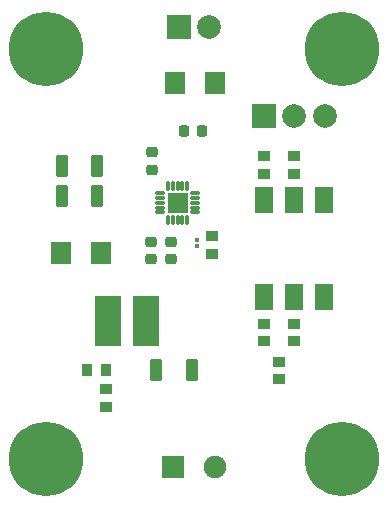
<source format=gts>
G04*
G04 #@! TF.GenerationSoftware,Altium Limited,Altium Designer,19.1.6 (110)*
G04*
G04 Layer_Color=8388736*
%FSLAX43Y43*%
%MOMM*%
G71*
G01*
G75*
%ADD13R,1.800X1.900*%
%ADD14R,2.300X4.200*%
G04:AMPARAMS|DCode=15|XSize=1.9mm|YSize=1.1mm|CornerRadius=0.3mm|HoleSize=0mm|Usage=FLASHONLY|Rotation=90.000|XOffset=0mm|YOffset=0mm|HoleType=Round|Shape=RoundedRectangle|*
%AMROUNDEDRECTD15*
21,1,1.900,0.500,0,0,90.0*
21,1,1.300,1.100,0,0,90.0*
1,1,0.600,0.250,0.650*
1,1,0.600,0.250,-0.650*
1,1,0.600,-0.250,-0.650*
1,1,0.600,-0.250,0.650*
%
%ADD15ROUNDEDRECTD15*%
%ADD16R,1.000X0.900*%
%ADD17R,0.900X1.050*%
%ADD18O,0.300X0.900*%
%ADD19O,0.900X0.300*%
%ADD20R,1.800X1.800*%
G04:AMPARAMS|DCode=21|XSize=1mm|YSize=0.9mm|CornerRadius=0.25mm|HoleSize=0mm|Usage=FLASHONLY|Rotation=90.000|XOffset=0mm|YOffset=0mm|HoleType=Round|Shape=RoundedRectangle|*
%AMROUNDEDRECTD21*
21,1,1.000,0.400,0,0,90.0*
21,1,0.500,0.900,0,0,90.0*
1,1,0.500,0.200,0.250*
1,1,0.500,0.200,-0.250*
1,1,0.500,-0.200,-0.250*
1,1,0.500,-0.200,0.250*
%
%ADD21ROUNDEDRECTD21*%
G04:AMPARAMS|DCode=22|XSize=1mm|YSize=0.9mm|CornerRadius=0.25mm|HoleSize=0mm|Usage=FLASHONLY|Rotation=0.000|XOffset=0mm|YOffset=0mm|HoleType=Round|Shape=RoundedRectangle|*
%AMROUNDEDRECTD22*
21,1,1.000,0.400,0,0,0.0*
21,1,0.500,0.900,0,0,0.0*
1,1,0.500,0.250,-0.200*
1,1,0.500,-0.250,-0.200*
1,1,0.500,-0.250,0.200*
1,1,0.500,0.250,0.200*
%
%ADD22ROUNDEDRECTD22*%
G04:AMPARAMS|DCode=23|XSize=0.38mm|YSize=0.4mm|CornerRadius=0.12mm|HoleSize=0mm|Usage=FLASHONLY|Rotation=90.000|XOffset=0mm|YOffset=0mm|HoleType=Round|Shape=RoundedRectangle|*
%AMROUNDEDRECTD23*
21,1,0.380,0.160,0,0,90.0*
21,1,0.140,0.400,0,0,90.0*
1,1,0.240,0.080,0.070*
1,1,0.240,0.080,-0.070*
1,1,0.240,-0.080,-0.070*
1,1,0.240,-0.080,0.070*
%
%ADD23ROUNDEDRECTD23*%
%ADD24R,1.600X2.250*%
%ADD25C,1.900*%
%ADD26R,1.900X1.900*%
%ADD27C,2.000*%
%ADD28R,2.000X2.000*%
%ADD29C,6.300*%
%ADD30C,0.700*%
D13*
X88275Y86125D02*
D03*
X84875D02*
D03*
X78600Y71725D02*
D03*
X75200D02*
D03*
D14*
X82425Y65925D02*
D03*
X79225D02*
D03*
D15*
X78275Y76500D02*
D03*
X75275D02*
D03*
X78275Y79025D02*
D03*
X75275D02*
D03*
X86300Y61825D02*
D03*
X83300D02*
D03*
D16*
X93700Y62500D02*
D03*
X93700Y61000D02*
D03*
X88050Y71625D02*
D03*
X88050Y73125D02*
D03*
X79050Y58700D02*
D03*
X79050Y60200D02*
D03*
X94975Y65725D02*
D03*
X94975Y64225D02*
D03*
X92400Y65725D02*
D03*
X92400Y64225D02*
D03*
X92425Y78375D02*
D03*
X92425Y79875D02*
D03*
X95000Y78400D02*
D03*
X95000Y79900D02*
D03*
D17*
X77400Y61825D02*
D03*
X79050D02*
D03*
D18*
X84300Y74500D02*
D03*
X84700D02*
D03*
X85100D02*
D03*
X85500D02*
D03*
X85900D02*
D03*
Y77400D02*
D03*
X85500D02*
D03*
X85100D02*
D03*
X84700D02*
D03*
X84300D02*
D03*
D19*
X86550Y75150D02*
D03*
Y75550D02*
D03*
Y75950D02*
D03*
Y76350D02*
D03*
Y76750D02*
D03*
X83650D02*
D03*
Y76350D02*
D03*
Y75950D02*
D03*
Y75550D02*
D03*
Y75150D02*
D03*
D20*
X85100Y75950D02*
D03*
D21*
X87175Y82050D02*
D03*
X85675Y82050D02*
D03*
D22*
X82925Y78750D02*
D03*
X82925Y80250D02*
D03*
X84575Y71150D02*
D03*
X84575Y72650D02*
D03*
X82850Y71150D02*
D03*
X82850Y72650D02*
D03*
D23*
X86750Y72250D02*
D03*
Y72780D02*
D03*
D24*
X92460Y76200D02*
D03*
Y67950D02*
D03*
X95000D02*
D03*
Y76200D02*
D03*
X97540Y67950D02*
D03*
Y76200D02*
D03*
D25*
X88250Y53550D02*
D03*
D26*
X84750D02*
D03*
D27*
X97545Y83305D02*
D03*
X95000Y83300D02*
D03*
X87770Y90875D02*
D03*
D28*
X92460Y83300D02*
D03*
X85230Y90875D02*
D03*
D29*
X99000Y89000D02*
D03*
X74000D02*
D03*
X99000Y54285D02*
D03*
X74000D02*
D03*
D30*
X85100Y75950D02*
D03*
M02*

</source>
